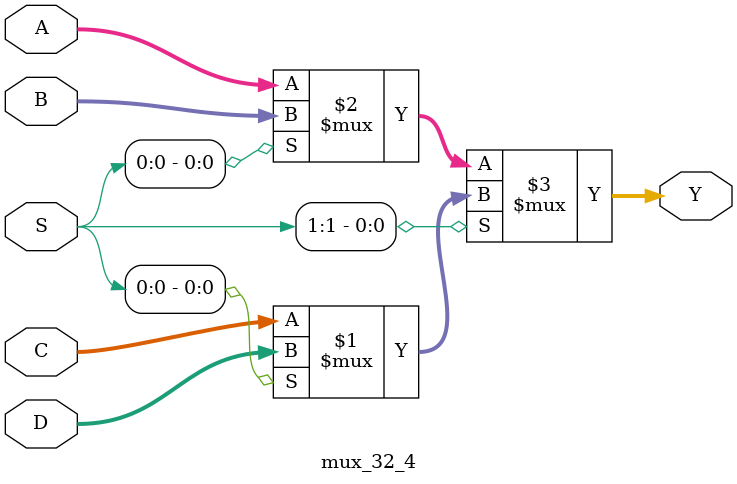
<source format=v>

module mux_32_4 (input [31:0] A, B, C, D, input[1:0] S, output[31:0] Y);
	assign Y = S[1] ? (S[0] ? D : C) : (S[0] ? B : A);
endmodule
// mux_32_4 pc_mux (pc_increment, add_branching_to_mux, jump_module_to_mux, jr_PC, PCSource, nextPC);
</source>
